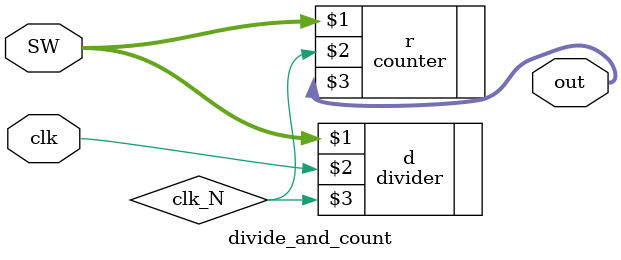
<source format=v>
`timescale 1ns / 1ps

module divide_and_count(SW,clk,out);
    input clk;
    input [2:0] SW;
    output [2:0] out;
    wire clk_N;
    divider d(SW,clk,clk_N);
    counter r(SW,clk_N,out[2:0]);
endmodule

</source>
